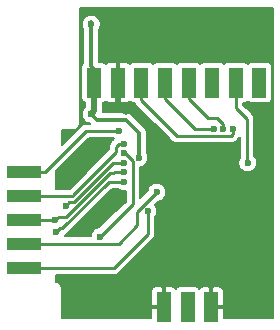
<source format=gbl>
G04 #@! TF.GenerationSoftware,KiCad,Pcbnew,(5.1.4)-1*
G04 #@! TF.CreationDate,2020-07-27T08:05:22+02:00*
G04 #@! TF.ProjectId,HM-ES-PMSw1-Pl_GosundSP1,484d2d45-532d-4504-9d53-77312d506c5f,rev?*
G04 #@! TF.SameCoordinates,Original*
G04 #@! TF.FileFunction,Copper,L2,Bot*
G04 #@! TF.FilePolarity,Positive*
%FSLAX46Y46*%
G04 Gerber Fmt 4.6, Leading zero omitted, Abs format (unit mm)*
G04 Created by KiCad (PCBNEW (5.1.4)-1) date 2020-07-27 08:05:22*
%MOMM*%
%LPD*%
G04 APERTURE LIST*
%ADD10R,1.200000X2.524000*%
%ADD11R,3.000000X1.016000*%
%ADD12C,0.600000*%
%ADD13C,0.500000*%
%ADD14C,0.300000*%
%ADD15C,0.250000*%
%ADD16C,0.200000*%
G04 APERTURE END LIST*
D10*
X113710080Y-109970080D03*
X109700080Y-109970080D03*
X111710080Y-109970080D03*
X117800080Y-90950080D03*
X115800080Y-90950080D03*
X113800080Y-90950080D03*
X111800080Y-90950080D03*
X109800080Y-90950080D03*
X107800080Y-90950080D03*
X105800080Y-90950080D03*
X103800080Y-90950080D03*
D11*
X97900080Y-98516080D03*
X97900080Y-102580080D03*
X97900080Y-100548080D03*
X97900080Y-106644080D03*
X97900080Y-104612080D03*
D12*
X118000080Y-108650080D03*
X116800080Y-100150080D03*
X100900080Y-99500080D03*
X106350080Y-100950080D03*
X103850080Y-101850080D03*
X103700080Y-95900080D03*
X103750080Y-97450080D03*
X102050080Y-97850080D03*
X111000080Y-99400080D03*
X113950080Y-101050080D03*
X112500080Y-101050080D03*
X111000080Y-101050080D03*
X101650080Y-109300080D03*
X101650080Y-110250080D03*
X109700080Y-109950080D03*
X113750080Y-109950080D03*
X101900080Y-103700080D03*
X112450080Y-99350080D03*
X113900080Y-99350080D03*
X116900080Y-105250080D03*
X111000080Y-102650080D03*
X112500080Y-102650080D03*
X113950080Y-102650080D03*
X103550080Y-93625080D03*
X107600080Y-97300080D03*
X103550080Y-86000080D03*
X115550080Y-94900080D03*
X114750080Y-94900080D03*
X113950080Y-94900080D03*
X108350080Y-101850080D03*
X109095526Y-100250080D03*
X117800080Y-91400080D03*
X105900080Y-95050080D03*
X106350080Y-96950080D03*
X104300080Y-104000080D03*
X101400080Y-101400080D03*
X106350080Y-97750080D03*
X100500080Y-102600080D03*
X106350080Y-98550080D03*
X100604080Y-103596080D03*
X106350080Y-99350080D03*
X106350080Y-96150080D03*
X116800080Y-97750080D03*
D13*
X105800080Y-92712080D02*
X106538080Y-93450080D01*
X105800080Y-90950080D02*
X105800080Y-92712080D01*
X103800080Y-93375080D02*
X103550080Y-93625080D01*
X103800080Y-90250080D02*
X103800080Y-93375080D01*
D14*
X103550080Y-86000080D02*
X103550080Y-85850080D01*
X103550080Y-89525080D02*
X103550080Y-86000080D01*
X107600080Y-95200080D02*
X106504303Y-94104303D01*
X107600080Y-97300080D02*
X107600080Y-95200080D01*
X106504303Y-94104303D02*
X105795857Y-94104303D01*
X103800080Y-92108526D02*
X103800080Y-89775080D01*
X103800080Y-89775080D02*
X103550080Y-89525080D01*
X104029303Y-94104303D02*
X106504303Y-94104303D01*
X103550080Y-93625080D02*
X104029303Y-94104303D01*
D15*
X107800080Y-90950080D02*
X107800080Y-92462080D01*
X107800080Y-92462080D02*
X110369080Y-95031080D01*
X110369080Y-95031080D02*
X110465481Y-95127481D01*
X115550080Y-95324344D02*
X115550080Y-94900080D01*
X115396943Y-95477481D02*
X115550080Y-95324344D01*
X110815481Y-95477481D02*
X115396943Y-95477481D01*
X110369080Y-95031080D02*
X110815481Y-95477481D01*
X111800080Y-92325080D02*
X111800080Y-91450080D01*
X113425080Y-93950080D02*
X111800080Y-92325080D01*
X114224344Y-93950080D02*
X113800080Y-93950080D01*
X114750080Y-94900080D02*
X114750080Y-94475816D01*
X114750080Y-94475816D02*
X114224344Y-93950080D01*
X113800080Y-93950080D02*
X113425080Y-93950080D01*
X109800080Y-92325080D02*
X109800080Y-91450080D01*
X113950080Y-94900080D02*
X112375080Y-94900080D01*
X112375080Y-94900080D02*
X109800080Y-92325080D01*
X97900080Y-106644080D02*
X105456080Y-106644080D01*
X105456080Y-106644080D02*
X108350080Y-103750080D01*
X108350080Y-103750080D02*
X108350080Y-101850080D01*
X108350080Y-101850080D02*
X108350080Y-101850080D01*
X99650080Y-104612080D02*
X99662080Y-104600080D01*
X97900080Y-104612080D02*
X99650080Y-104612080D01*
X99662080Y-104600080D02*
X105900080Y-104600080D01*
X105900080Y-104600080D02*
X107450080Y-103050080D01*
X107450080Y-101895526D02*
X109095526Y-100250080D01*
X107450080Y-103050080D02*
X107450080Y-101895526D01*
X109095526Y-100250080D02*
X109095526Y-100250080D01*
X97900080Y-98516080D02*
X99650080Y-98516080D01*
X103116080Y-95050080D02*
X99650080Y-98516080D01*
X105900080Y-95050080D02*
X103116080Y-95050080D01*
X107100080Y-97600080D02*
X106450080Y-96950080D01*
X104300080Y-104000080D02*
X107100080Y-101200080D01*
X107100080Y-101200080D02*
X107100080Y-97600080D01*
X101700079Y-101100081D02*
X102069171Y-101100081D01*
X101400080Y-101400080D02*
X101700079Y-101100081D01*
X102069171Y-101100081D02*
X105419172Y-97750080D01*
X105419172Y-97750080D02*
X105900080Y-97750080D01*
X105900080Y-97750080D02*
X105900080Y-97750080D01*
X105900080Y-97750080D02*
X106350080Y-97750080D01*
X100480080Y-102580080D02*
X97900080Y-102580080D01*
X100500080Y-102600080D02*
X100480080Y-102580080D01*
X105900080Y-98550080D02*
X106350080Y-98550080D01*
X100800079Y-102300081D02*
X101438263Y-102300081D01*
X100500080Y-102600080D02*
X100800079Y-102300081D01*
X101438263Y-102300081D02*
X105169172Y-98569172D01*
X105169172Y-98569172D02*
X105456724Y-98569172D01*
X105456724Y-98569172D02*
X105475816Y-98550080D01*
X105475816Y-98550080D02*
X105900080Y-98550080D01*
X100904079Y-103296081D02*
X101104079Y-103296081D01*
X100604080Y-103596080D02*
X100904079Y-103296081D01*
X101104079Y-103296081D02*
X105050080Y-99350080D01*
X105050080Y-99350080D02*
X105850080Y-99350080D01*
X105850080Y-99350080D02*
X105850080Y-99350080D01*
X105900080Y-99350080D02*
X105050080Y-99350080D01*
X105900080Y-99350080D02*
X106350080Y-99350080D01*
X105900080Y-96150080D02*
X105900080Y-96150080D01*
X105925816Y-96150080D02*
X106350080Y-96150080D01*
X105687948Y-96387948D02*
X105925816Y-96150080D01*
X105687948Y-96862212D02*
X105687948Y-96387948D01*
X102052080Y-100498080D02*
X105687948Y-96862212D01*
X102052080Y-100548080D02*
X102052080Y-100498080D01*
X97900080Y-100548080D02*
X102052080Y-100548080D01*
X116750080Y-97325816D02*
X116750080Y-97750080D01*
X116750080Y-94025080D02*
X116750080Y-97325816D01*
X115800080Y-93075080D02*
X116750080Y-94025080D01*
X115800080Y-91450080D02*
X115800080Y-93075080D01*
D16*
G36*
X118925080Y-110925080D02*
G01*
X114811783Y-110925080D01*
X114810080Y-110195080D01*
X114685080Y-110070080D01*
X113810080Y-110070080D01*
X113810080Y-110090080D01*
X113610080Y-110090080D01*
X113610080Y-110070080D01*
X113590080Y-110070080D01*
X113590080Y-109870080D01*
X113610080Y-109870080D01*
X113610080Y-108333080D01*
X113810080Y-108333080D01*
X113810080Y-109870080D01*
X114685080Y-109870080D01*
X114810080Y-109745080D01*
X114812499Y-108708080D01*
X114802845Y-108610063D01*
X114774255Y-108515813D01*
X114727826Y-108428951D01*
X114665344Y-108352816D01*
X114589209Y-108290334D01*
X114502347Y-108243905D01*
X114408097Y-108215315D01*
X114310080Y-108205661D01*
X113935080Y-108208080D01*
X113810080Y-108333080D01*
X113610080Y-108333080D01*
X113485080Y-108208080D01*
X113110080Y-108205661D01*
X113012063Y-108215315D01*
X112917813Y-108243905D01*
X112830951Y-108290334D01*
X112754816Y-108352816D01*
X112710080Y-108407327D01*
X112665344Y-108352816D01*
X112589209Y-108290334D01*
X112502347Y-108243905D01*
X112408097Y-108215315D01*
X112310080Y-108205661D01*
X111110080Y-108205661D01*
X111012063Y-108215315D01*
X110917813Y-108243905D01*
X110830951Y-108290334D01*
X110754816Y-108352816D01*
X110705080Y-108413420D01*
X110655344Y-108352816D01*
X110579209Y-108290334D01*
X110492347Y-108243905D01*
X110398097Y-108215315D01*
X110300080Y-108205661D01*
X109925080Y-108208080D01*
X109800080Y-108333080D01*
X109800080Y-109870080D01*
X109820080Y-109870080D01*
X109820080Y-110070080D01*
X109800080Y-110070080D01*
X109800080Y-110090080D01*
X109600080Y-110090080D01*
X109600080Y-110070080D01*
X108725080Y-110070080D01*
X108600080Y-110195080D01*
X108598377Y-110925080D01*
X101075080Y-110925080D01*
X101075080Y-108708080D01*
X108597661Y-108708080D01*
X108600080Y-109745080D01*
X108725080Y-109870080D01*
X109600080Y-109870080D01*
X109600080Y-108333080D01*
X109475080Y-108208080D01*
X109100080Y-108205661D01*
X109002063Y-108215315D01*
X108907813Y-108243905D01*
X108820951Y-108290334D01*
X108744816Y-108352816D01*
X108682334Y-108428951D01*
X108635905Y-108515813D01*
X108607315Y-108610063D01*
X108597661Y-108708080D01*
X101075080Y-108708080D01*
X101075080Y-108428326D01*
X101077862Y-108400080D01*
X101066760Y-108287360D01*
X101033881Y-108178972D01*
X100980488Y-108079082D01*
X100908634Y-107991526D01*
X100821078Y-107919672D01*
X100721188Y-107866279D01*
X100612800Y-107833400D01*
X100595673Y-107831713D01*
X100595777Y-107269080D01*
X105425386Y-107269080D01*
X105456080Y-107272103D01*
X105486774Y-107269080D01*
X105486784Y-107269080D01*
X105578601Y-107260037D01*
X105696414Y-107224299D01*
X105804991Y-107166263D01*
X105900160Y-107088160D01*
X105919738Y-107064304D01*
X108770310Y-104213733D01*
X108794160Y-104194160D01*
X108872263Y-104098991D01*
X108930299Y-103990414D01*
X108966037Y-103872601D01*
X108975080Y-103780784D01*
X108975080Y-103780775D01*
X108978103Y-103750081D01*
X108975080Y-103719387D01*
X108975080Y-102354664D01*
X109059031Y-102229022D01*
X109119337Y-102083431D01*
X109150080Y-101928873D01*
X109150080Y-101771287D01*
X109119337Y-101616729D01*
X109059031Y-101471138D01*
X108971481Y-101340110D01*
X108930430Y-101299059D01*
X109180673Y-101048816D01*
X109328877Y-101019337D01*
X109474468Y-100959031D01*
X109605496Y-100871481D01*
X109716927Y-100760050D01*
X109804477Y-100629022D01*
X109864783Y-100483431D01*
X109895526Y-100328873D01*
X109895526Y-100171287D01*
X109864783Y-100016729D01*
X109804477Y-99871138D01*
X109716927Y-99740110D01*
X109605496Y-99628679D01*
X109474468Y-99541129D01*
X109328877Y-99480823D01*
X109174319Y-99450080D01*
X109016733Y-99450080D01*
X108862175Y-99480823D01*
X108716584Y-99541129D01*
X108585556Y-99628679D01*
X108474125Y-99740110D01*
X108386575Y-99871138D01*
X108326269Y-100016729D01*
X108296790Y-100164933D01*
X107725080Y-100736644D01*
X107725080Y-98090889D01*
X107833431Y-98069337D01*
X107979022Y-98009031D01*
X108110050Y-97921481D01*
X108221481Y-97810050D01*
X108309031Y-97679022D01*
X108369337Y-97533431D01*
X108400080Y-97378873D01*
X108400080Y-97221287D01*
X108369337Y-97066729D01*
X108309031Y-96921138D01*
X108250080Y-96832911D01*
X108250080Y-95232004D01*
X108253224Y-95200080D01*
X108250080Y-95168156D01*
X108250080Y-95168148D01*
X108240675Y-95072658D01*
X108203507Y-94950132D01*
X108143150Y-94837212D01*
X108061923Y-94738237D01*
X108037118Y-94717880D01*
X106986501Y-93667263D01*
X106966146Y-93642460D01*
X106867171Y-93561233D01*
X106754251Y-93500876D01*
X106631725Y-93463708D01*
X106536235Y-93454303D01*
X106536224Y-93454303D01*
X106504303Y-93451159D01*
X106472382Y-93454303D01*
X104545905Y-93454303D01*
X104550080Y-93411915D01*
X104550080Y-93411906D01*
X104553707Y-93375081D01*
X104550080Y-93338256D01*
X104550080Y-92689076D01*
X104592347Y-92676255D01*
X104679209Y-92629826D01*
X104755344Y-92567344D01*
X104800080Y-92512833D01*
X104844816Y-92567344D01*
X104920951Y-92629826D01*
X105007813Y-92676255D01*
X105102063Y-92704845D01*
X105200080Y-92714499D01*
X105575080Y-92712080D01*
X105700080Y-92587080D01*
X105700080Y-91050080D01*
X105680080Y-91050080D01*
X105680080Y-90850080D01*
X105700080Y-90850080D01*
X105700080Y-89313080D01*
X105900080Y-89313080D01*
X105900080Y-90850080D01*
X105920080Y-90850080D01*
X105920080Y-91050080D01*
X105900080Y-91050080D01*
X105900080Y-92587080D01*
X106025080Y-92712080D01*
X106400080Y-92714499D01*
X106498097Y-92704845D01*
X106592347Y-92676255D01*
X106679209Y-92629826D01*
X106755344Y-92567344D01*
X106800080Y-92512833D01*
X106844816Y-92567344D01*
X106920951Y-92629826D01*
X107007813Y-92676255D01*
X107102063Y-92704845D01*
X107200080Y-92714499D01*
X107226322Y-92714499D01*
X107277898Y-92810991D01*
X107356001Y-92906160D01*
X107379852Y-92925734D01*
X109948849Y-95494732D01*
X109948853Y-95494735D01*
X110045251Y-95591134D01*
X110045255Y-95591137D01*
X110351827Y-95897710D01*
X110371401Y-95921561D01*
X110408940Y-95952368D01*
X110466568Y-95999663D01*
X110540231Y-96039037D01*
X110575147Y-96057700D01*
X110692960Y-96093438D01*
X110784777Y-96102481D01*
X110784786Y-96102481D01*
X110815480Y-96105504D01*
X110846174Y-96102481D01*
X115366249Y-96102481D01*
X115396943Y-96105504D01*
X115427637Y-96102481D01*
X115427647Y-96102481D01*
X115519464Y-96093438D01*
X115637277Y-96057700D01*
X115745854Y-95999664D01*
X115841023Y-95921561D01*
X115860600Y-95897706D01*
X115970309Y-95787998D01*
X115994160Y-95768424D01*
X116072263Y-95673255D01*
X116125080Y-95574441D01*
X116125081Y-97295103D01*
X116125080Y-97295113D01*
X116125080Y-97320327D01*
X116091129Y-97371138D01*
X116030823Y-97516729D01*
X116000080Y-97671287D01*
X116000080Y-97828873D01*
X116030823Y-97983431D01*
X116091129Y-98129022D01*
X116178679Y-98260050D01*
X116290110Y-98371481D01*
X116421138Y-98459031D01*
X116566729Y-98519337D01*
X116721287Y-98550080D01*
X116878873Y-98550080D01*
X117033431Y-98519337D01*
X117179022Y-98459031D01*
X117310050Y-98371481D01*
X117421481Y-98260050D01*
X117509031Y-98129022D01*
X117569337Y-97983431D01*
X117600080Y-97828873D01*
X117600080Y-97671287D01*
X117569337Y-97516729D01*
X117509031Y-97371138D01*
X117421481Y-97240110D01*
X117375080Y-97193709D01*
X117375080Y-94055781D01*
X117378104Y-94025080D01*
X117367722Y-93919672D01*
X117366037Y-93902559D01*
X117330299Y-93784746D01*
X117272263Y-93676169D01*
X117194160Y-93581000D01*
X117170310Y-93561427D01*
X116425080Y-92816198D01*
X116425080Y-92712037D01*
X116498097Y-92704845D01*
X116592347Y-92676255D01*
X116679209Y-92629826D01*
X116755344Y-92567344D01*
X116800080Y-92512833D01*
X116844816Y-92567344D01*
X116920951Y-92629826D01*
X117007813Y-92676255D01*
X117102063Y-92704845D01*
X117200080Y-92714499D01*
X118400080Y-92714499D01*
X118498097Y-92704845D01*
X118592347Y-92676255D01*
X118679209Y-92629826D01*
X118755344Y-92567344D01*
X118817826Y-92491209D01*
X118864255Y-92404347D01*
X118892845Y-92310097D01*
X118902499Y-92212080D01*
X118902499Y-89688080D01*
X118892845Y-89590063D01*
X118864255Y-89495813D01*
X118817826Y-89408951D01*
X118755344Y-89332816D01*
X118679209Y-89270334D01*
X118592347Y-89223905D01*
X118498097Y-89195315D01*
X118400080Y-89185661D01*
X117200080Y-89185661D01*
X117102063Y-89195315D01*
X117007813Y-89223905D01*
X116920951Y-89270334D01*
X116844816Y-89332816D01*
X116800080Y-89387327D01*
X116755344Y-89332816D01*
X116679209Y-89270334D01*
X116592347Y-89223905D01*
X116498097Y-89195315D01*
X116400080Y-89185661D01*
X115200080Y-89185661D01*
X115102063Y-89195315D01*
X115007813Y-89223905D01*
X114920951Y-89270334D01*
X114844816Y-89332816D01*
X114800080Y-89387327D01*
X114755344Y-89332816D01*
X114679209Y-89270334D01*
X114592347Y-89223905D01*
X114498097Y-89195315D01*
X114400080Y-89185661D01*
X113200080Y-89185661D01*
X113102063Y-89195315D01*
X113007813Y-89223905D01*
X112920951Y-89270334D01*
X112844816Y-89332816D01*
X112800080Y-89387327D01*
X112755344Y-89332816D01*
X112679209Y-89270334D01*
X112592347Y-89223905D01*
X112498097Y-89195315D01*
X112400080Y-89185661D01*
X111200080Y-89185661D01*
X111102063Y-89195315D01*
X111007813Y-89223905D01*
X110920951Y-89270334D01*
X110844816Y-89332816D01*
X110800080Y-89387327D01*
X110755344Y-89332816D01*
X110679209Y-89270334D01*
X110592347Y-89223905D01*
X110498097Y-89195315D01*
X110400080Y-89185661D01*
X109200080Y-89185661D01*
X109102063Y-89195315D01*
X109007813Y-89223905D01*
X108920951Y-89270334D01*
X108844816Y-89332816D01*
X108800080Y-89387327D01*
X108755344Y-89332816D01*
X108679209Y-89270334D01*
X108592347Y-89223905D01*
X108498097Y-89195315D01*
X108400080Y-89185661D01*
X107200080Y-89185661D01*
X107102063Y-89195315D01*
X107007813Y-89223905D01*
X106920951Y-89270334D01*
X106844816Y-89332816D01*
X106800080Y-89387327D01*
X106755344Y-89332816D01*
X106679209Y-89270334D01*
X106592347Y-89223905D01*
X106498097Y-89195315D01*
X106400080Y-89185661D01*
X106025080Y-89188080D01*
X105900080Y-89313080D01*
X105700080Y-89313080D01*
X105575080Y-89188080D01*
X105200080Y-89185661D01*
X105102063Y-89195315D01*
X105007813Y-89223905D01*
X104920951Y-89270334D01*
X104844816Y-89332816D01*
X104800080Y-89387327D01*
X104755344Y-89332816D01*
X104679209Y-89270334D01*
X104592347Y-89223905D01*
X104498097Y-89195315D01*
X104400080Y-89185661D01*
X104200080Y-89185661D01*
X104200080Y-86467249D01*
X104259031Y-86379022D01*
X104319337Y-86233431D01*
X104350080Y-86078873D01*
X104350080Y-85921287D01*
X104319337Y-85766729D01*
X104259031Y-85621138D01*
X104171481Y-85490110D01*
X104060050Y-85378679D01*
X103929022Y-85291129D01*
X103783431Y-85230823D01*
X103680066Y-85210263D01*
X103677502Y-85209485D01*
X103674836Y-85209222D01*
X103628873Y-85200080D01*
X103582012Y-85200080D01*
X103550080Y-85196935D01*
X103518149Y-85200080D01*
X103471287Y-85200080D01*
X103425323Y-85209223D01*
X103422659Y-85209485D01*
X103420097Y-85210262D01*
X103316729Y-85230823D01*
X103171138Y-85291129D01*
X103040110Y-85378679D01*
X102928679Y-85490110D01*
X102841129Y-85621138D01*
X102780823Y-85766729D01*
X102750080Y-85921287D01*
X102750080Y-86078873D01*
X102780823Y-86233431D01*
X102841129Y-86379022D01*
X102900081Y-86467250D01*
X102900080Y-89287462D01*
X102844816Y-89332816D01*
X102782334Y-89408951D01*
X102735905Y-89495813D01*
X102707315Y-89590063D01*
X102697661Y-89688080D01*
X102697661Y-92212080D01*
X102707315Y-92310097D01*
X102735905Y-92404347D01*
X102782334Y-92491209D01*
X102844816Y-92567344D01*
X102920951Y-92629826D01*
X103007813Y-92676255D01*
X103050081Y-92689077D01*
X103050081Y-92997017D01*
X103040110Y-93003679D01*
X102928679Y-93115110D01*
X102841129Y-93246138D01*
X102780823Y-93391729D01*
X102750080Y-93546287D01*
X102750080Y-93703873D01*
X102780823Y-93858431D01*
X102841129Y-94004022D01*
X102928679Y-94135050D01*
X103040110Y-94246481D01*
X103171138Y-94334031D01*
X103316729Y-94394337D01*
X103420800Y-94415038D01*
X103430842Y-94425080D01*
X103146773Y-94425080D01*
X103116079Y-94422057D01*
X103085385Y-94425080D01*
X103085376Y-94425080D01*
X102993559Y-94434123D01*
X102875746Y-94469861D01*
X102875744Y-94469862D01*
X102767167Y-94527898D01*
X102738813Y-94551168D01*
X102672000Y-94606000D01*
X102652426Y-94629851D01*
X101075080Y-96207197D01*
X101075080Y-94975080D01*
X101971834Y-94975080D01*
X102000080Y-94977862D01*
X102028326Y-94975080D01*
X102112800Y-94966760D01*
X102221188Y-94933881D01*
X102321078Y-94880488D01*
X102408634Y-94808634D01*
X102480488Y-94721078D01*
X102533881Y-94621188D01*
X102566760Y-94512800D01*
X102577862Y-94400080D01*
X102575080Y-94371834D01*
X102575080Y-84675080D01*
X118925081Y-84675080D01*
X118925080Y-110925080D01*
X118925080Y-110925080D01*
G37*
X118925080Y-110925080D02*
X114811783Y-110925080D01*
X114810080Y-110195080D01*
X114685080Y-110070080D01*
X113810080Y-110070080D01*
X113810080Y-110090080D01*
X113610080Y-110090080D01*
X113610080Y-110070080D01*
X113590080Y-110070080D01*
X113590080Y-109870080D01*
X113610080Y-109870080D01*
X113610080Y-108333080D01*
X113810080Y-108333080D01*
X113810080Y-109870080D01*
X114685080Y-109870080D01*
X114810080Y-109745080D01*
X114812499Y-108708080D01*
X114802845Y-108610063D01*
X114774255Y-108515813D01*
X114727826Y-108428951D01*
X114665344Y-108352816D01*
X114589209Y-108290334D01*
X114502347Y-108243905D01*
X114408097Y-108215315D01*
X114310080Y-108205661D01*
X113935080Y-108208080D01*
X113810080Y-108333080D01*
X113610080Y-108333080D01*
X113485080Y-108208080D01*
X113110080Y-108205661D01*
X113012063Y-108215315D01*
X112917813Y-108243905D01*
X112830951Y-108290334D01*
X112754816Y-108352816D01*
X112710080Y-108407327D01*
X112665344Y-108352816D01*
X112589209Y-108290334D01*
X112502347Y-108243905D01*
X112408097Y-108215315D01*
X112310080Y-108205661D01*
X111110080Y-108205661D01*
X111012063Y-108215315D01*
X110917813Y-108243905D01*
X110830951Y-108290334D01*
X110754816Y-108352816D01*
X110705080Y-108413420D01*
X110655344Y-108352816D01*
X110579209Y-108290334D01*
X110492347Y-108243905D01*
X110398097Y-108215315D01*
X110300080Y-108205661D01*
X109925080Y-108208080D01*
X109800080Y-108333080D01*
X109800080Y-109870080D01*
X109820080Y-109870080D01*
X109820080Y-110070080D01*
X109800080Y-110070080D01*
X109800080Y-110090080D01*
X109600080Y-110090080D01*
X109600080Y-110070080D01*
X108725080Y-110070080D01*
X108600080Y-110195080D01*
X108598377Y-110925080D01*
X101075080Y-110925080D01*
X101075080Y-108708080D01*
X108597661Y-108708080D01*
X108600080Y-109745080D01*
X108725080Y-109870080D01*
X109600080Y-109870080D01*
X109600080Y-108333080D01*
X109475080Y-108208080D01*
X109100080Y-108205661D01*
X109002063Y-108215315D01*
X108907813Y-108243905D01*
X108820951Y-108290334D01*
X108744816Y-108352816D01*
X108682334Y-108428951D01*
X108635905Y-108515813D01*
X108607315Y-108610063D01*
X108597661Y-108708080D01*
X101075080Y-108708080D01*
X101075080Y-108428326D01*
X101077862Y-108400080D01*
X101066760Y-108287360D01*
X101033881Y-108178972D01*
X100980488Y-108079082D01*
X100908634Y-107991526D01*
X100821078Y-107919672D01*
X100721188Y-107866279D01*
X100612800Y-107833400D01*
X100595673Y-107831713D01*
X100595777Y-107269080D01*
X105425386Y-107269080D01*
X105456080Y-107272103D01*
X105486774Y-107269080D01*
X105486784Y-107269080D01*
X105578601Y-107260037D01*
X105696414Y-107224299D01*
X105804991Y-107166263D01*
X105900160Y-107088160D01*
X105919738Y-107064304D01*
X108770310Y-104213733D01*
X108794160Y-104194160D01*
X108872263Y-104098991D01*
X108930299Y-103990414D01*
X108966037Y-103872601D01*
X108975080Y-103780784D01*
X108975080Y-103780775D01*
X108978103Y-103750081D01*
X108975080Y-103719387D01*
X108975080Y-102354664D01*
X109059031Y-102229022D01*
X109119337Y-102083431D01*
X109150080Y-101928873D01*
X109150080Y-101771287D01*
X109119337Y-101616729D01*
X109059031Y-101471138D01*
X108971481Y-101340110D01*
X108930430Y-101299059D01*
X109180673Y-101048816D01*
X109328877Y-101019337D01*
X109474468Y-100959031D01*
X109605496Y-100871481D01*
X109716927Y-100760050D01*
X109804477Y-100629022D01*
X109864783Y-100483431D01*
X109895526Y-100328873D01*
X109895526Y-100171287D01*
X109864783Y-100016729D01*
X109804477Y-99871138D01*
X109716927Y-99740110D01*
X109605496Y-99628679D01*
X109474468Y-99541129D01*
X109328877Y-99480823D01*
X109174319Y-99450080D01*
X109016733Y-99450080D01*
X108862175Y-99480823D01*
X108716584Y-99541129D01*
X108585556Y-99628679D01*
X108474125Y-99740110D01*
X108386575Y-99871138D01*
X108326269Y-100016729D01*
X108296790Y-100164933D01*
X107725080Y-100736644D01*
X107725080Y-98090889D01*
X107833431Y-98069337D01*
X107979022Y-98009031D01*
X108110050Y-97921481D01*
X108221481Y-97810050D01*
X108309031Y-97679022D01*
X108369337Y-97533431D01*
X108400080Y-97378873D01*
X108400080Y-97221287D01*
X108369337Y-97066729D01*
X108309031Y-96921138D01*
X108250080Y-96832911D01*
X108250080Y-95232004D01*
X108253224Y-95200080D01*
X108250080Y-95168156D01*
X108250080Y-95168148D01*
X108240675Y-95072658D01*
X108203507Y-94950132D01*
X108143150Y-94837212D01*
X108061923Y-94738237D01*
X108037118Y-94717880D01*
X106986501Y-93667263D01*
X106966146Y-93642460D01*
X106867171Y-93561233D01*
X106754251Y-93500876D01*
X106631725Y-93463708D01*
X106536235Y-93454303D01*
X106536224Y-93454303D01*
X106504303Y-93451159D01*
X106472382Y-93454303D01*
X104545905Y-93454303D01*
X104550080Y-93411915D01*
X104550080Y-93411906D01*
X104553707Y-93375081D01*
X104550080Y-93338256D01*
X104550080Y-92689076D01*
X104592347Y-92676255D01*
X104679209Y-92629826D01*
X104755344Y-92567344D01*
X104800080Y-92512833D01*
X104844816Y-92567344D01*
X104920951Y-92629826D01*
X105007813Y-92676255D01*
X105102063Y-92704845D01*
X105200080Y-92714499D01*
X105575080Y-92712080D01*
X105700080Y-92587080D01*
X105700080Y-91050080D01*
X105680080Y-91050080D01*
X105680080Y-90850080D01*
X105700080Y-90850080D01*
X105700080Y-89313080D01*
X105900080Y-89313080D01*
X105900080Y-90850080D01*
X105920080Y-90850080D01*
X105920080Y-91050080D01*
X105900080Y-91050080D01*
X105900080Y-92587080D01*
X106025080Y-92712080D01*
X106400080Y-92714499D01*
X106498097Y-92704845D01*
X106592347Y-92676255D01*
X106679209Y-92629826D01*
X106755344Y-92567344D01*
X106800080Y-92512833D01*
X106844816Y-92567344D01*
X106920951Y-92629826D01*
X107007813Y-92676255D01*
X107102063Y-92704845D01*
X107200080Y-92714499D01*
X107226322Y-92714499D01*
X107277898Y-92810991D01*
X107356001Y-92906160D01*
X107379852Y-92925734D01*
X109948849Y-95494732D01*
X109948853Y-95494735D01*
X110045251Y-95591134D01*
X110045255Y-95591137D01*
X110351827Y-95897710D01*
X110371401Y-95921561D01*
X110408940Y-95952368D01*
X110466568Y-95999663D01*
X110540231Y-96039037D01*
X110575147Y-96057700D01*
X110692960Y-96093438D01*
X110784777Y-96102481D01*
X110784786Y-96102481D01*
X110815480Y-96105504D01*
X110846174Y-96102481D01*
X115366249Y-96102481D01*
X115396943Y-96105504D01*
X115427637Y-96102481D01*
X115427647Y-96102481D01*
X115519464Y-96093438D01*
X115637277Y-96057700D01*
X115745854Y-95999664D01*
X115841023Y-95921561D01*
X115860600Y-95897706D01*
X115970309Y-95787998D01*
X115994160Y-95768424D01*
X116072263Y-95673255D01*
X116125080Y-95574441D01*
X116125081Y-97295103D01*
X116125080Y-97295113D01*
X116125080Y-97320327D01*
X116091129Y-97371138D01*
X116030823Y-97516729D01*
X116000080Y-97671287D01*
X116000080Y-97828873D01*
X116030823Y-97983431D01*
X116091129Y-98129022D01*
X116178679Y-98260050D01*
X116290110Y-98371481D01*
X116421138Y-98459031D01*
X116566729Y-98519337D01*
X116721287Y-98550080D01*
X116878873Y-98550080D01*
X117033431Y-98519337D01*
X117179022Y-98459031D01*
X117310050Y-98371481D01*
X117421481Y-98260050D01*
X117509031Y-98129022D01*
X117569337Y-97983431D01*
X117600080Y-97828873D01*
X117600080Y-97671287D01*
X117569337Y-97516729D01*
X117509031Y-97371138D01*
X117421481Y-97240110D01*
X117375080Y-97193709D01*
X117375080Y-94055781D01*
X117378104Y-94025080D01*
X117367722Y-93919672D01*
X117366037Y-93902559D01*
X117330299Y-93784746D01*
X117272263Y-93676169D01*
X117194160Y-93581000D01*
X117170310Y-93561427D01*
X116425080Y-92816198D01*
X116425080Y-92712037D01*
X116498097Y-92704845D01*
X116592347Y-92676255D01*
X116679209Y-92629826D01*
X116755344Y-92567344D01*
X116800080Y-92512833D01*
X116844816Y-92567344D01*
X116920951Y-92629826D01*
X117007813Y-92676255D01*
X117102063Y-92704845D01*
X117200080Y-92714499D01*
X118400080Y-92714499D01*
X118498097Y-92704845D01*
X118592347Y-92676255D01*
X118679209Y-92629826D01*
X118755344Y-92567344D01*
X118817826Y-92491209D01*
X118864255Y-92404347D01*
X118892845Y-92310097D01*
X118902499Y-92212080D01*
X118902499Y-89688080D01*
X118892845Y-89590063D01*
X118864255Y-89495813D01*
X118817826Y-89408951D01*
X118755344Y-89332816D01*
X118679209Y-89270334D01*
X118592347Y-89223905D01*
X118498097Y-89195315D01*
X118400080Y-89185661D01*
X117200080Y-89185661D01*
X117102063Y-89195315D01*
X117007813Y-89223905D01*
X116920951Y-89270334D01*
X116844816Y-89332816D01*
X116800080Y-89387327D01*
X116755344Y-89332816D01*
X116679209Y-89270334D01*
X116592347Y-89223905D01*
X116498097Y-89195315D01*
X116400080Y-89185661D01*
X115200080Y-89185661D01*
X115102063Y-89195315D01*
X115007813Y-89223905D01*
X114920951Y-89270334D01*
X114844816Y-89332816D01*
X114800080Y-89387327D01*
X114755344Y-89332816D01*
X114679209Y-89270334D01*
X114592347Y-89223905D01*
X114498097Y-89195315D01*
X114400080Y-89185661D01*
X113200080Y-89185661D01*
X113102063Y-89195315D01*
X113007813Y-89223905D01*
X112920951Y-89270334D01*
X112844816Y-89332816D01*
X112800080Y-89387327D01*
X112755344Y-89332816D01*
X112679209Y-89270334D01*
X112592347Y-89223905D01*
X112498097Y-89195315D01*
X112400080Y-89185661D01*
X111200080Y-89185661D01*
X111102063Y-89195315D01*
X111007813Y-89223905D01*
X110920951Y-89270334D01*
X110844816Y-89332816D01*
X110800080Y-89387327D01*
X110755344Y-89332816D01*
X110679209Y-89270334D01*
X110592347Y-89223905D01*
X110498097Y-89195315D01*
X110400080Y-89185661D01*
X109200080Y-89185661D01*
X109102063Y-89195315D01*
X109007813Y-89223905D01*
X108920951Y-89270334D01*
X108844816Y-89332816D01*
X108800080Y-89387327D01*
X108755344Y-89332816D01*
X108679209Y-89270334D01*
X108592347Y-89223905D01*
X108498097Y-89195315D01*
X108400080Y-89185661D01*
X107200080Y-89185661D01*
X107102063Y-89195315D01*
X107007813Y-89223905D01*
X106920951Y-89270334D01*
X106844816Y-89332816D01*
X106800080Y-89387327D01*
X106755344Y-89332816D01*
X106679209Y-89270334D01*
X106592347Y-89223905D01*
X106498097Y-89195315D01*
X106400080Y-89185661D01*
X106025080Y-89188080D01*
X105900080Y-89313080D01*
X105700080Y-89313080D01*
X105575080Y-89188080D01*
X105200080Y-89185661D01*
X105102063Y-89195315D01*
X105007813Y-89223905D01*
X104920951Y-89270334D01*
X104844816Y-89332816D01*
X104800080Y-89387327D01*
X104755344Y-89332816D01*
X104679209Y-89270334D01*
X104592347Y-89223905D01*
X104498097Y-89195315D01*
X104400080Y-89185661D01*
X104200080Y-89185661D01*
X104200080Y-86467249D01*
X104259031Y-86379022D01*
X104319337Y-86233431D01*
X104350080Y-86078873D01*
X104350080Y-85921287D01*
X104319337Y-85766729D01*
X104259031Y-85621138D01*
X104171481Y-85490110D01*
X104060050Y-85378679D01*
X103929022Y-85291129D01*
X103783431Y-85230823D01*
X103680066Y-85210263D01*
X103677502Y-85209485D01*
X103674836Y-85209222D01*
X103628873Y-85200080D01*
X103582012Y-85200080D01*
X103550080Y-85196935D01*
X103518149Y-85200080D01*
X103471287Y-85200080D01*
X103425323Y-85209223D01*
X103422659Y-85209485D01*
X103420097Y-85210262D01*
X103316729Y-85230823D01*
X103171138Y-85291129D01*
X103040110Y-85378679D01*
X102928679Y-85490110D01*
X102841129Y-85621138D01*
X102780823Y-85766729D01*
X102750080Y-85921287D01*
X102750080Y-86078873D01*
X102780823Y-86233431D01*
X102841129Y-86379022D01*
X102900081Y-86467250D01*
X102900080Y-89287462D01*
X102844816Y-89332816D01*
X102782334Y-89408951D01*
X102735905Y-89495813D01*
X102707315Y-89590063D01*
X102697661Y-89688080D01*
X102697661Y-92212080D01*
X102707315Y-92310097D01*
X102735905Y-92404347D01*
X102782334Y-92491209D01*
X102844816Y-92567344D01*
X102920951Y-92629826D01*
X103007813Y-92676255D01*
X103050081Y-92689077D01*
X103050081Y-92997017D01*
X103040110Y-93003679D01*
X102928679Y-93115110D01*
X102841129Y-93246138D01*
X102780823Y-93391729D01*
X102750080Y-93546287D01*
X102750080Y-93703873D01*
X102780823Y-93858431D01*
X102841129Y-94004022D01*
X102928679Y-94135050D01*
X103040110Y-94246481D01*
X103171138Y-94334031D01*
X103316729Y-94394337D01*
X103420800Y-94415038D01*
X103430842Y-94425080D01*
X103146773Y-94425080D01*
X103116079Y-94422057D01*
X103085385Y-94425080D01*
X103085376Y-94425080D01*
X102993559Y-94434123D01*
X102875746Y-94469861D01*
X102875744Y-94469862D01*
X102767167Y-94527898D01*
X102738813Y-94551168D01*
X102672000Y-94606000D01*
X102652426Y-94629851D01*
X101075080Y-96207197D01*
X101075080Y-94975080D01*
X101971834Y-94975080D01*
X102000080Y-94977862D01*
X102028326Y-94975080D01*
X102112800Y-94966760D01*
X102221188Y-94933881D01*
X102321078Y-94880488D01*
X102408634Y-94808634D01*
X102480488Y-94721078D01*
X102533881Y-94621188D01*
X102566760Y-94512800D01*
X102577862Y-94400080D01*
X102575080Y-94371834D01*
X102575080Y-84675080D01*
X118925081Y-84675080D01*
X118925080Y-110925080D01*
G36*
X105971138Y-100059031D02*
G01*
X106116729Y-100119337D01*
X106271287Y-100150080D01*
X106428873Y-100150080D01*
X106475080Y-100140889D01*
X106475080Y-100941197D01*
X104214934Y-103201344D01*
X104066729Y-103230823D01*
X103921138Y-103291129D01*
X103790110Y-103378679D01*
X103678679Y-103490110D01*
X103591129Y-103621138D01*
X103530823Y-103766729D01*
X103500080Y-103921287D01*
X103500080Y-103975080D01*
X101312992Y-103975080D01*
X101313031Y-103975022D01*
X101356627Y-103869771D01*
X101452990Y-103818264D01*
X101548159Y-103740161D01*
X101567737Y-103716305D01*
X105308963Y-99975080D01*
X105845496Y-99975080D01*
X105971138Y-100059031D01*
X105971138Y-100059031D01*
G37*
X105971138Y-100059031D02*
X106116729Y-100119337D01*
X106271287Y-100150080D01*
X106428873Y-100150080D01*
X106475080Y-100140889D01*
X106475080Y-100941197D01*
X104214934Y-103201344D01*
X104066729Y-103230823D01*
X103921138Y-103291129D01*
X103790110Y-103378679D01*
X103678679Y-103490110D01*
X103591129Y-103621138D01*
X103530823Y-103766729D01*
X103500080Y-103921287D01*
X103500080Y-103975080D01*
X101312992Y-103975080D01*
X101313031Y-103975022D01*
X101356627Y-103869771D01*
X101452990Y-103818264D01*
X101548159Y-103740161D01*
X101567737Y-103716305D01*
X105308963Y-99975080D01*
X105845496Y-99975080D01*
X105971138Y-100059031D01*
G36*
X105450961Y-95712140D02*
G01*
X105377897Y-95801169D01*
X105363029Y-95828985D01*
X105267720Y-95924294D01*
X105243869Y-95943868D01*
X105165766Y-96039037D01*
X105107729Y-96147614D01*
X105071991Y-96265427D01*
X105062948Y-96357244D01*
X105062948Y-96357254D01*
X105059925Y-96387948D01*
X105062948Y-96418642D01*
X105062948Y-96603329D01*
X101743198Y-99923080D01*
X100597138Y-99923080D01*
X100597411Y-98452631D01*
X103374963Y-95675080D01*
X105395496Y-95675080D01*
X105450961Y-95712140D01*
X105450961Y-95712140D01*
G37*
X105450961Y-95712140D02*
X105377897Y-95801169D01*
X105363029Y-95828985D01*
X105267720Y-95924294D01*
X105243869Y-95943868D01*
X105165766Y-96039037D01*
X105107729Y-96147614D01*
X105071991Y-96265427D01*
X105062948Y-96357244D01*
X105062948Y-96357254D01*
X105059925Y-96387948D01*
X105062948Y-96418642D01*
X105062948Y-96603329D01*
X101743198Y-99923080D01*
X100597138Y-99923080D01*
X100597411Y-98452631D01*
X103374963Y-95675080D01*
X105395496Y-95675080D01*
X105450961Y-95712140D01*
M02*

</source>
